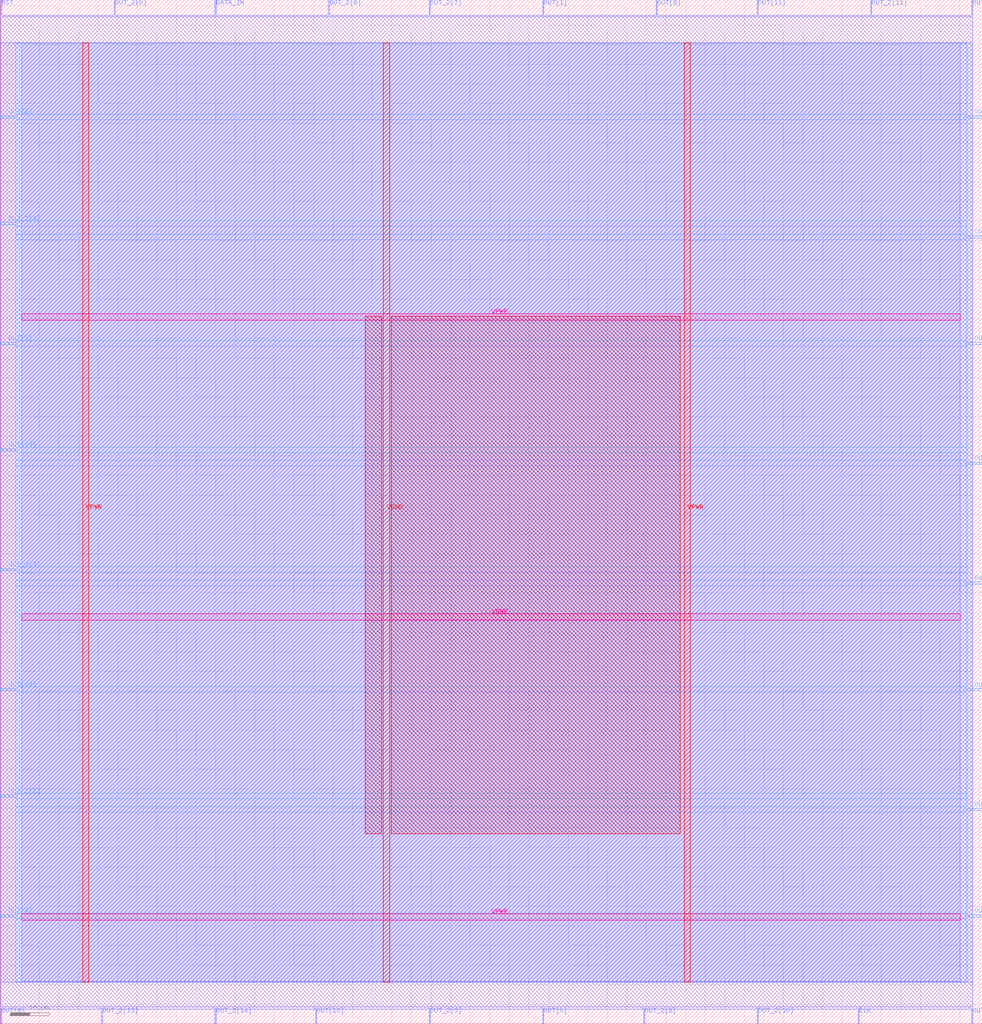
<source format=lef>
VERSION 5.7 ;
  NOWIREEXTENSIONATPIN ON ;
  DIVIDERCHAR "/" ;
  BUSBITCHARS "[]" ;
MACRO to_ALU_opt_TMR_KP_Voter
  CLASS BLOCK ;
  FOREIGN to_ALU_opt_TMR_KP_Voter ;
  ORIGIN 0.000 0.000 ;
  SIZE 250.755 BY 261.475 ;
  PIN CLK
    DIRECTION INPUT ;
    USE SIGNAL ;
    PORT
      LAYER met2 ;
        RECT 219.050 0.000 219.330 4.000 ;
    END
  END CLK
  PIN COUT
    DIRECTION OUTPUT TRISTATE ;
    USE SIGNAL ;
    PORT
      LAYER met3 ;
        RECT 246.755 200.640 250.755 201.240 ;
    END
  END COUT
  PIN DATA_IN
    DIRECTION INPUT ;
    USE SIGNAL ;
    PORT
      LAYER met2 ;
        RECT 54.830 257.475 55.110 261.475 ;
    END
  END DATA_IN
  PIN OUT[0]
    DIRECTION OUTPUT TRISTATE ;
    USE SIGNAL ;
    PORT
      LAYER met2 ;
        RECT 138.550 0.000 138.830 4.000 ;
    END
  END OUT[0]
  PIN OUT[10]
    DIRECTION OUTPUT TRISTATE ;
    USE SIGNAL ;
    PORT
      LAYER met2 ;
        RECT 80.590 0.000 80.870 4.000 ;
    END
  END OUT[10]
  PIN OUT[11]
    DIRECTION OUTPUT TRISTATE ;
    USE SIGNAL ;
    PORT
      LAYER met2 ;
        RECT 193.290 257.475 193.570 261.475 ;
    END
  END OUT[11]
  PIN OUT[12]
    DIRECTION OUTPUT TRISTATE ;
    USE SIGNAL ;
    PORT
      LAYER met3 ;
        RECT 0.000 85.040 4.000 85.640 ;
    END
  END OUT[12]
  PIN OUT[13]
    DIRECTION OUTPUT TRISTATE ;
    USE SIGNAL ;
    PORT
      LAYER met3 ;
        RECT 0.000 146.240 4.000 146.840 ;
    END
  END OUT[13]
  PIN OUT[14]
    DIRECTION OUTPUT TRISTATE ;
    USE SIGNAL ;
    PORT
      LAYER met3 ;
        RECT 246.755 142.840 250.755 143.440 ;
    END
  END OUT[14]
  PIN OUT[15]
    DIRECTION OUTPUT TRISTATE ;
    USE SIGNAL ;
    PORT
      LAYER met2 ;
        RECT 248.030 257.475 248.310 261.475 ;
    END
  END OUT[15]
  PIN OUT[1]
    DIRECTION OUTPUT TRISTATE ;
    USE SIGNAL ;
    PORT
      LAYER met2 ;
        RECT 138.550 257.475 138.830 261.475 ;
    END
  END OUT[1]
  PIN OUT[2]
    DIRECTION OUTPUT TRISTATE ;
    USE SIGNAL ;
    PORT
      LAYER met3 ;
        RECT 0.000 231.240 4.000 231.840 ;
    END
  END OUT[2]
  PIN OUT[3]
    DIRECTION OUTPUT TRISTATE ;
    USE SIGNAL ;
    PORT
      LAYER met2 ;
        RECT 248.030 0.000 248.310 4.000 ;
    END
  END OUT[3]
  PIN OUT[4]
    DIRECTION OUTPUT TRISTATE ;
    USE SIGNAL ;
    PORT
      LAYER met3 ;
        RECT 0.000 27.240 4.000 27.840 ;
    END
  END OUT[4]
  PIN OUT[5]
    DIRECTION OUTPUT TRISTATE ;
    USE SIGNAL ;
    PORT
      LAYER met3 ;
        RECT 246.755 173.440 250.755 174.040 ;
    END
  END OUT[5]
  PIN OUT[6]
    DIRECTION OUTPUT TRISTATE ;
    USE SIGNAL ;
    PORT
      LAYER met2 ;
        RECT 0.090 0.000 0.370 4.000 ;
    END
  END OUT[6]
  PIN OUT[7]
    DIRECTION OUTPUT TRISTATE ;
    USE SIGNAL ;
    PORT
      LAYER met3 ;
        RECT 246.755 54.440 250.755 55.040 ;
    END
  END OUT[7]
  PIN OUT[8]
    DIRECTION OUTPUT TRISTATE ;
    USE SIGNAL ;
    PORT
      LAYER met2 ;
        RECT 167.530 257.475 167.810 261.475 ;
    END
  END OUT[8]
  PIN OUT[9]
    DIRECTION OUTPUT TRISTATE ;
    USE SIGNAL ;
    PORT
      LAYER met3 ;
        RECT 0.000 173.440 4.000 174.040 ;
    END
  END OUT[9]
  PIN OUT_2[0]
    DIRECTION OUTPUT TRISTATE ;
    USE SIGNAL ;
    PORT
      LAYER met2 ;
        RECT 29.070 257.475 29.350 261.475 ;
    END
  END OUT_2[0]
  PIN OUT_2[10]
    DIRECTION OUTPUT TRISTATE ;
    USE SIGNAL ;
    PORT
      LAYER met2 ;
        RECT 193.290 0.000 193.570 4.000 ;
    END
  END OUT_2[10]
  PIN OUT_2[11]
    DIRECTION OUTPUT TRISTATE ;
    USE SIGNAL ;
    PORT
      LAYER met2 ;
        RECT 222.270 257.475 222.550 261.475 ;
    END
  END OUT_2[11]
  PIN OUT_2[12]
    DIRECTION OUTPUT TRISTATE ;
    USE SIGNAL ;
    PORT
      LAYER met3 ;
        RECT 246.755 27.240 250.755 27.840 ;
    END
  END OUT_2[12]
  PIN OUT_2[13]
    DIRECTION OUTPUT TRISTATE ;
    USE SIGNAL ;
    PORT
      LAYER met2 ;
        RECT 25.850 0.000 26.130 4.000 ;
    END
  END OUT_2[13]
  PIN OUT_2[14]
    DIRECTION OUTPUT TRISTATE ;
    USE SIGNAL ;
    PORT
      LAYER met2 ;
        RECT 54.830 0.000 55.110 4.000 ;
    END
  END OUT_2[14]
  PIN OUT_2[1]
    DIRECTION OUTPUT TRISTATE ;
    USE SIGNAL ;
    PORT
      LAYER met3 ;
        RECT 0.000 57.840 4.000 58.440 ;
    END
  END OUT_2[1]
  PIN OUT_2[2]
    DIRECTION OUTPUT TRISTATE ;
    USE SIGNAL ;
    PORT
      LAYER met3 ;
        RECT 246.755 85.040 250.755 85.640 ;
    END
  END OUT_2[2]
  PIN OUT_2[3]
    DIRECTION OUTPUT TRISTATE ;
    USE SIGNAL ;
    PORT
      LAYER met2 ;
        RECT 109.570 0.000 109.850 4.000 ;
    END
  END OUT_2[3]
  PIN OUT_2[4]
    DIRECTION OUTPUT TRISTATE ;
    USE SIGNAL ;
    PORT
      LAYER met3 ;
        RECT 0.000 204.040 4.000 204.640 ;
    END
  END OUT_2[4]
  PIN OUT_2[5]
    DIRECTION OUTPUT TRISTATE ;
    USE SIGNAL ;
    PORT
      LAYER met3 ;
        RECT 246.755 231.240 250.755 231.840 ;
    END
  END OUT_2[5]
  PIN OUT_2[6]
    DIRECTION OUTPUT TRISTATE ;
    USE SIGNAL ;
    PORT
      LAYER met2 ;
        RECT 83.810 257.475 84.090 261.475 ;
    END
  END OUT_2[6]
  PIN OUT_2[7]
    DIRECTION OUTPUT TRISTATE ;
    USE SIGNAL ;
    PORT
      LAYER met2 ;
        RECT 109.570 257.475 109.850 261.475 ;
    END
  END OUT_2[7]
  PIN OUT_2[8]
    DIRECTION OUTPUT TRISTATE ;
    USE SIGNAL ;
    PORT
      LAYER met2 ;
        RECT 164.310 0.000 164.590 4.000 ;
    END
  END OUT_2[8]
  PIN OUT_2[9]
    DIRECTION OUTPUT TRISTATE ;
    USE SIGNAL ;
    PORT
      LAYER met3 ;
        RECT 0.000 115.640 4.000 116.240 ;
    END
  END OUT_2[9]
  PIN RST
    DIRECTION INPUT ;
    USE SIGNAL ;
    PORT
      LAYER met2 ;
        RECT 0.090 257.475 0.370 261.475 ;
    END
  END RST
  PIN Ready
    DIRECTION INPUT ;
    USE SIGNAL ;
    PORT
      LAYER met3 ;
        RECT 246.755 112.240 250.755 112.840 ;
    END
  END Ready
  PIN VGND
    DIRECTION INPUT ;
    USE GROUND ;
    PORT
      LAYER met5 ;
        RECT 5.520 103.080 245.180 104.680 ;
    END
    PORT
      LAYER met4 ;
        RECT 97.840 10.640 99.440 250.480 ;
    END
  END VGND
  PIN VPWR
    DIRECTION INPUT ;
    USE POWER ;
    PORT
      LAYER met5 ;
        RECT 5.520 26.490 245.180 28.090 ;
    END
    PORT
      LAYER met5 ;
        RECT 5.520 179.670 245.180 181.270 ;
    END
    PORT
      LAYER met4 ;
        RECT 21.040 10.640 22.640 250.480 ;
    END
    PORT
      LAYER met4 ;
        RECT 174.640 10.640 176.240 250.480 ;
    END
  END VPWR
  OBS
      LAYER li1 ;
        RECT 5.520 10.795 245.180 250.325 ;
      LAYER met1 ;
        RECT 0.070 10.640 248.330 250.480 ;
      LAYER met2 ;
        RECT 0.650 257.195 28.790 257.475 ;
        RECT 29.630 257.195 54.550 257.475 ;
        RECT 55.390 257.195 83.530 257.475 ;
        RECT 84.370 257.195 109.290 257.475 ;
        RECT 110.130 257.195 138.270 257.475 ;
        RECT 139.110 257.195 167.250 257.475 ;
        RECT 168.090 257.195 193.010 257.475 ;
        RECT 193.850 257.195 221.990 257.475 ;
        RECT 222.830 257.195 247.750 257.475 ;
        RECT 0.100 4.280 248.300 257.195 ;
        RECT 0.650 3.670 25.570 4.280 ;
        RECT 26.410 3.670 54.550 4.280 ;
        RECT 55.390 3.670 80.310 4.280 ;
        RECT 81.150 3.670 109.290 4.280 ;
        RECT 110.130 3.670 138.270 4.280 ;
        RECT 139.110 3.670 164.030 4.280 ;
        RECT 164.870 3.670 193.010 4.280 ;
        RECT 193.850 3.670 218.770 4.280 ;
        RECT 219.610 3.670 247.750 4.280 ;
      LAYER met3 ;
        RECT 4.000 232.240 246.755 250.405 ;
        RECT 4.400 230.840 246.355 232.240 ;
        RECT 4.000 205.040 246.755 230.840 ;
        RECT 4.400 203.640 246.755 205.040 ;
        RECT 4.000 201.640 246.755 203.640 ;
        RECT 4.000 200.240 246.355 201.640 ;
        RECT 4.000 174.440 246.755 200.240 ;
        RECT 4.400 173.040 246.355 174.440 ;
        RECT 4.000 147.240 246.755 173.040 ;
        RECT 4.400 145.840 246.755 147.240 ;
        RECT 4.000 143.840 246.755 145.840 ;
        RECT 4.000 142.440 246.355 143.840 ;
        RECT 4.000 116.640 246.755 142.440 ;
        RECT 4.400 115.240 246.755 116.640 ;
        RECT 4.000 113.240 246.755 115.240 ;
        RECT 4.000 111.840 246.355 113.240 ;
        RECT 4.000 86.040 246.755 111.840 ;
        RECT 4.400 84.640 246.355 86.040 ;
        RECT 4.000 58.840 246.755 84.640 ;
        RECT 4.400 57.440 246.755 58.840 ;
        RECT 4.000 55.440 246.755 57.440 ;
        RECT 4.000 54.040 246.355 55.440 ;
        RECT 4.000 28.240 246.755 54.040 ;
        RECT 4.400 26.840 246.355 28.240 ;
        RECT 4.000 10.715 246.755 26.840 ;
      LAYER met4 ;
        RECT 93.215 48.455 97.440 180.705 ;
        RECT 99.840 48.455 173.585 180.705 ;
  END
END to_ALU_opt_TMR_KP_Voter
END LIBRARY


</source>
